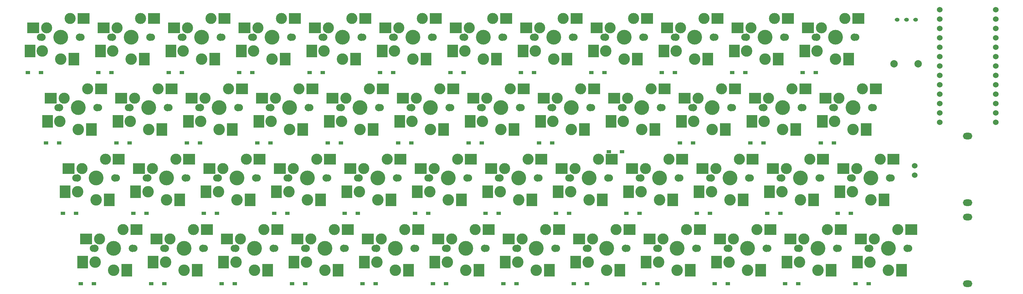
<source format=gbr>
%TF.GenerationSoftware,KiCad,Pcbnew,7.0.1*%
%TF.CreationDate,2023-04-02T20:01:42+09:00*%
%TF.ProjectId,first48,66697273-7434-4382-9e6b-696361645f70,rev?*%
%TF.SameCoordinates,Original*%
%TF.FileFunction,Soldermask,Bot*%
%TF.FilePolarity,Negative*%
%FSLAX46Y46*%
G04 Gerber Fmt 4.6, Leading zero omitted, Abs format (unit mm)*
G04 Created by KiCad (PCBNEW 7.0.1) date 2023-04-02 20:01:42*
%MOMM*%
%LPD*%
G01*
G04 APERTURE LIST*
%ADD10C,1.900000*%
%ADD11C,2.000000*%
%ADD12C,3.100000*%
%ADD13C,3.000000*%
%ADD14C,4.000000*%
%ADD15R,3.000000X3.500000*%
%ADD16R,3.300000X3.000000*%
%ADD17C,1.524000*%
%ADD18O,1.300000X1.000000*%
%ADD19O,2.550000X1.800000*%
%ADD20R,1.300000X0.950000*%
G04 APERTURE END LIST*
D10*
%TO.C,SW5*%
X96893750Y-59531200D03*
D11*
X97313750Y-59531200D03*
D12*
X97393750Y-63231200D03*
D13*
X98583750Y-56991200D03*
D14*
X102393750Y-59531200D03*
D12*
X102393750Y-65431200D03*
D13*
X104933750Y-54451200D03*
D11*
X107473750Y-59531200D03*
D10*
X107893750Y-59531200D03*
D15*
X94043750Y-63231200D03*
D16*
X94943750Y-56951200D03*
D15*
X105943750Y-65431200D03*
D16*
X108543750Y-54411200D03*
%TD*%
D10*
%TO.C,SW3*%
X58793750Y-59531200D03*
D11*
X59213750Y-59531200D03*
D12*
X59293750Y-63231200D03*
D13*
X60483750Y-56991200D03*
D14*
X64293750Y-59531200D03*
D12*
X64293750Y-65431200D03*
D13*
X66833750Y-54451200D03*
D11*
X69373750Y-59531200D03*
D10*
X69793750Y-59531200D03*
D15*
X55943750Y-63231200D03*
D16*
X56843750Y-56951200D03*
D15*
X67843750Y-65431200D03*
D16*
X70443750Y-54411200D03*
%TD*%
D10*
%TO.C,SW25*%
X30218750Y-97631200D03*
D11*
X30638750Y-97631200D03*
D12*
X30718750Y-101331200D03*
D13*
X31908750Y-95091200D03*
D14*
X35718750Y-97631200D03*
D12*
X35718750Y-103531200D03*
D13*
X38258750Y-92551200D03*
D11*
X40798750Y-97631200D03*
D10*
X41218750Y-97631200D03*
D15*
X27368750Y-101331200D03*
D16*
X28268750Y-95051200D03*
D15*
X39268750Y-103531200D03*
D16*
X41868750Y-92511200D03*
%TD*%
D10*
%TO.C,SW27*%
X68318750Y-97631200D03*
D11*
X68738750Y-97631200D03*
D12*
X68818750Y-101331200D03*
D13*
X70008750Y-95091200D03*
D14*
X73818750Y-97631200D03*
D12*
X73818750Y-103531200D03*
D13*
X76358750Y-92551200D03*
D11*
X78898750Y-97631200D03*
D10*
X79318750Y-97631200D03*
D15*
X65468750Y-101331200D03*
D16*
X66368750Y-95051200D03*
D15*
X77368750Y-103531200D03*
D16*
X79968750Y-92511200D03*
%TD*%
%TO.C,SW38*%
X65681250Y-111561200D03*
D15*
X63081250Y-122581200D03*
D16*
X52081250Y-114101200D03*
D15*
X51181250Y-120381200D03*
D10*
X65031250Y-116681200D03*
D11*
X64611250Y-116681200D03*
D13*
X62071250Y-111601200D03*
D12*
X59531250Y-122581200D03*
D14*
X59531250Y-116681200D03*
D13*
X55721250Y-114141200D03*
D12*
X54531250Y-120381200D03*
D11*
X54451250Y-116681200D03*
D10*
X54031250Y-116681200D03*
%TD*%
D17*
%TO.C,U1*%
X263898950Y-54578200D03*
X263898950Y-57118200D03*
X263898950Y-59658200D03*
X263898950Y-62198200D03*
X263898950Y-64738200D03*
X263898950Y-67278200D03*
X263898950Y-69818200D03*
X263898950Y-72358200D03*
X263898950Y-74898200D03*
X263898950Y-77438200D03*
X263898950Y-79978200D03*
X263898950Y-82518200D03*
X279118950Y-82518200D03*
X279118950Y-79978200D03*
X279118950Y-77438200D03*
X279118950Y-74898200D03*
X279118950Y-72358200D03*
X279118950Y-69818200D03*
X279118950Y-67278200D03*
X279118950Y-64738200D03*
X279118950Y-62198200D03*
X279118950Y-59658200D03*
X279118950Y-57118200D03*
X279118950Y-54578200D03*
X279118950Y-52038200D03*
X263898950Y-52038200D03*
%TD*%
D16*
%TO.C,SW19*%
X151406250Y-73461200D03*
D15*
X148806250Y-84481200D03*
D16*
X137806250Y-76001200D03*
D15*
X136906250Y-82281200D03*
D10*
X150756250Y-78581200D03*
D11*
X150336250Y-78581200D03*
D13*
X147796250Y-73501200D03*
D12*
X145256250Y-84481200D03*
D14*
X145256250Y-78581200D03*
D13*
X141446250Y-76041200D03*
D12*
X140256250Y-82281200D03*
D11*
X140176250Y-78581200D03*
D10*
X139756250Y-78581200D03*
%TD*%
%TO.C,SW11*%
X211193750Y-59531200D03*
D11*
X211613750Y-59531200D03*
D12*
X211693750Y-63231200D03*
D13*
X212883750Y-56991200D03*
D14*
X216693750Y-59531200D03*
D12*
X216693750Y-65431200D03*
D13*
X219233750Y-54451200D03*
D11*
X221773750Y-59531200D03*
D10*
X222193750Y-59531200D03*
D15*
X208343750Y-63231200D03*
D16*
X209243750Y-56951200D03*
D15*
X220243750Y-65431200D03*
D16*
X222843750Y-54411200D03*
%TD*%
%TO.C,SW21*%
X189506250Y-73461200D03*
D15*
X186906250Y-84481200D03*
D16*
X175906250Y-76001200D03*
D15*
X175006250Y-82281200D03*
D10*
X188856250Y-78581200D03*
D11*
X188436250Y-78581200D03*
D13*
X185896250Y-73501200D03*
D12*
X183356250Y-84481200D03*
D14*
X183356250Y-78581200D03*
D13*
X179546250Y-76041200D03*
D12*
X178356250Y-82281200D03*
D11*
X178276250Y-78581200D03*
D10*
X177856250Y-78581200D03*
%TD*%
%TO.C,SW7*%
X134993750Y-59531200D03*
D11*
X135413750Y-59531200D03*
D12*
X135493750Y-63231200D03*
D13*
X136683750Y-56991200D03*
D14*
X140493750Y-59531200D03*
D12*
X140493750Y-65431200D03*
D13*
X143033750Y-54451200D03*
D11*
X145573750Y-59531200D03*
D10*
X145993750Y-59531200D03*
D15*
X132143750Y-63231200D03*
D16*
X133043750Y-56951200D03*
D15*
X144043750Y-65431200D03*
D16*
X146643750Y-54411200D03*
%TD*%
D17*
%TO.C,J2*%
X257175050Y-96794000D03*
X257175050Y-94254000D03*
%TD*%
D10*
%TO.C,SW10*%
X192143750Y-59531200D03*
D11*
X192563750Y-59531200D03*
D12*
X192643750Y-63231200D03*
D13*
X193833750Y-56991200D03*
D14*
X197643750Y-59531200D03*
D12*
X197643750Y-65431200D03*
D13*
X200183750Y-54451200D03*
D11*
X202723750Y-59531200D03*
D10*
X203143750Y-59531200D03*
D15*
X189293750Y-63231200D03*
D16*
X190193750Y-56951200D03*
D15*
X201193750Y-65431200D03*
D16*
X203793750Y-54411200D03*
%TD*%
D10*
%TO.C,SW4*%
X77843750Y-59531200D03*
D11*
X78263750Y-59531200D03*
D12*
X78343750Y-63231200D03*
D13*
X79533750Y-56991200D03*
D14*
X83343750Y-59531200D03*
D12*
X83343750Y-65431200D03*
D13*
X85883750Y-54451200D03*
D11*
X88423750Y-59531200D03*
D10*
X88843750Y-59531200D03*
D15*
X74993750Y-63231200D03*
D16*
X75893750Y-56951200D03*
D15*
X86893750Y-65431200D03*
D16*
X89493750Y-54411200D03*
%TD*%
%TO.C,SW20*%
X170456250Y-73461200D03*
D15*
X167856250Y-84481200D03*
D16*
X156856250Y-76001200D03*
D15*
X155956250Y-82281200D03*
D10*
X169806250Y-78581200D03*
D11*
X169386250Y-78581200D03*
D13*
X166846250Y-73501200D03*
D12*
X164306250Y-84481200D03*
D14*
X164306250Y-78581200D03*
D13*
X160496250Y-76041200D03*
D12*
X159306250Y-82281200D03*
D11*
X159226250Y-78581200D03*
D10*
X158806250Y-78581200D03*
%TD*%
%TO.C,SW6*%
X115943750Y-59531200D03*
D11*
X116363750Y-59531200D03*
D12*
X116443750Y-63231200D03*
D13*
X117633750Y-56991200D03*
D14*
X121443750Y-59531200D03*
D12*
X121443750Y-65431200D03*
D13*
X123983750Y-54451200D03*
D11*
X126523750Y-59531200D03*
D10*
X126943750Y-59531200D03*
D15*
X113093750Y-63231200D03*
D16*
X113993750Y-56951200D03*
D15*
X124993750Y-65431200D03*
D16*
X127593750Y-54411200D03*
%TD*%
D18*
%TO.C,SW50*%
X252412550Y-54768700D03*
X254912550Y-54768700D03*
X257412550Y-54768700D03*
%TD*%
D16*
%TO.C,SW16*%
X94256250Y-73461200D03*
D15*
X91656250Y-84481200D03*
D16*
X80656250Y-76001200D03*
D15*
X79756250Y-82281200D03*
D10*
X93606250Y-78581200D03*
D11*
X93186250Y-78581200D03*
D13*
X90646250Y-73501200D03*
D12*
X88106250Y-84481200D03*
D14*
X88106250Y-78581200D03*
D13*
X84296250Y-76041200D03*
D12*
X83106250Y-82281200D03*
D11*
X83026250Y-78581200D03*
D10*
X82606250Y-78581200D03*
%TD*%
%TO.C,SW14*%
X44506250Y-78581200D03*
D11*
X44926250Y-78581200D03*
D12*
X45006250Y-82281200D03*
D13*
X46196250Y-76041200D03*
D14*
X50006250Y-78581200D03*
D12*
X50006250Y-84481200D03*
D13*
X52546250Y-73501200D03*
D11*
X55086250Y-78581200D03*
D10*
X55506250Y-78581200D03*
D15*
X41656250Y-82281200D03*
D16*
X42556250Y-76001200D03*
D15*
X53556250Y-84481200D03*
D16*
X56156250Y-73461200D03*
%TD*%
%TO.C,SW17*%
X113306250Y-73461200D03*
D15*
X110706250Y-84481200D03*
D16*
X99706250Y-76001200D03*
D15*
X98806250Y-82281200D03*
D10*
X112656250Y-78581200D03*
D11*
X112236250Y-78581200D03*
D13*
X109696250Y-73501200D03*
D12*
X107156250Y-84481200D03*
D14*
X107156250Y-78581200D03*
D13*
X103346250Y-76041200D03*
D12*
X102156250Y-82281200D03*
D11*
X102076250Y-78581200D03*
D10*
X101656250Y-78581200D03*
%TD*%
%TO.C,SW9*%
X173093750Y-59531200D03*
D11*
X173513750Y-59531200D03*
D12*
X173593750Y-63231200D03*
D13*
X174783750Y-56991200D03*
D14*
X178593750Y-59531200D03*
D12*
X178593750Y-65431200D03*
D13*
X181133750Y-54451200D03*
D11*
X183673750Y-59531200D03*
D10*
X184093750Y-59531200D03*
D15*
X170243750Y-63231200D03*
D16*
X171143750Y-56951200D03*
D15*
X182143750Y-65431200D03*
D16*
X184743750Y-54411200D03*
%TD*%
D11*
%TO.C,SW49*%
X258043750Y-66675000D03*
X251543750Y-66675000D03*
%TD*%
D16*
%TO.C,SW23*%
X227606250Y-73461200D03*
D15*
X225006250Y-84481200D03*
D16*
X214006250Y-76001200D03*
D15*
X213106250Y-82281200D03*
D10*
X226956250Y-78581200D03*
D11*
X226536250Y-78581200D03*
D13*
X223996250Y-73501200D03*
D12*
X221456250Y-84481200D03*
D14*
X221456250Y-78581200D03*
D13*
X217646250Y-76041200D03*
D12*
X216456250Y-82281200D03*
D11*
X216376250Y-78581200D03*
D10*
X215956250Y-78581200D03*
%TD*%
D19*
%TO.C,BT1*%
X271462550Y-108206300D03*
X271462550Y-126206300D03*
%TD*%
D10*
%TO.C,SW15*%
X63556250Y-78581200D03*
D11*
X63976250Y-78581200D03*
D12*
X64056250Y-82281200D03*
D13*
X65246250Y-76041200D03*
D14*
X69056250Y-78581200D03*
D12*
X69056250Y-84481200D03*
D13*
X71596250Y-73501200D03*
D11*
X74136250Y-78581200D03*
D10*
X74556250Y-78581200D03*
D15*
X60706250Y-82281200D03*
D16*
X61606250Y-76001200D03*
D15*
X72606250Y-84481200D03*
D16*
X75206250Y-73461200D03*
%TD*%
D10*
%TO.C,SW8*%
X154043750Y-59531200D03*
D11*
X154463750Y-59531200D03*
D12*
X154543750Y-63231200D03*
D13*
X155733750Y-56991200D03*
D14*
X159543750Y-59531200D03*
D12*
X159543750Y-65431200D03*
D13*
X162083750Y-54451200D03*
D11*
X164623750Y-59531200D03*
D10*
X165043750Y-59531200D03*
D15*
X151193750Y-63231200D03*
D16*
X152093750Y-56951200D03*
D15*
X163093750Y-65431200D03*
D16*
X165693750Y-54411200D03*
%TD*%
%TO.C,SW18*%
X132356250Y-73461200D03*
D15*
X129756250Y-84481200D03*
D16*
X118756250Y-76001200D03*
D15*
X117856250Y-82281200D03*
D10*
X131706250Y-78581200D03*
D11*
X131286250Y-78581200D03*
D13*
X128746250Y-73501200D03*
D12*
X126206250Y-84481200D03*
D14*
X126206250Y-78581200D03*
D13*
X122396250Y-76041200D03*
D12*
X121206250Y-82281200D03*
D11*
X121126250Y-78581200D03*
D10*
X120706250Y-78581200D03*
%TD*%
D16*
%TO.C,SW22*%
X208556250Y-73461200D03*
D15*
X205956250Y-84481200D03*
D16*
X194956250Y-76001200D03*
D15*
X194056250Y-82281200D03*
D10*
X207906250Y-78581200D03*
D11*
X207486250Y-78581200D03*
D13*
X204946250Y-73501200D03*
D12*
X202406250Y-84481200D03*
D14*
X202406250Y-78581200D03*
D13*
X198596250Y-76041200D03*
D12*
X197406250Y-82281200D03*
D11*
X197326250Y-78581200D03*
D10*
X196906250Y-78581200D03*
%TD*%
%TO.C,SW2*%
X39743750Y-59531200D03*
D11*
X40163750Y-59531200D03*
D12*
X40243750Y-63231200D03*
D13*
X41433750Y-56991200D03*
D14*
X45243750Y-59531200D03*
D12*
X45243750Y-65431200D03*
D13*
X47783750Y-54451200D03*
D11*
X50323750Y-59531200D03*
D10*
X50743750Y-59531200D03*
D15*
X36893750Y-63231200D03*
D16*
X37793750Y-56951200D03*
D15*
X48793750Y-65431200D03*
D16*
X51393750Y-54411200D03*
%TD*%
D10*
%TO.C,SW33*%
X182618750Y-97631200D03*
D11*
X183038750Y-97631200D03*
D12*
X183118750Y-101331200D03*
D13*
X184308750Y-95091200D03*
D14*
X188118750Y-97631200D03*
D12*
X188118750Y-103531200D03*
D13*
X190658750Y-92551200D03*
D11*
X193198750Y-97631200D03*
D10*
X193618750Y-97631200D03*
D15*
X179768750Y-101331200D03*
D16*
X180668750Y-95051200D03*
D15*
X191668750Y-103531200D03*
D16*
X194268750Y-92511200D03*
%TD*%
D20*
%TO.C,D29*%
X106550050Y-107156200D03*
X103000050Y-107156200D03*
%TD*%
%TO.C,D2*%
X39875050Y-69056200D03*
X36325050Y-69056200D03*
%TD*%
%TO.C,D43*%
X145862550Y-126206200D03*
X149412550Y-126206200D03*
%TD*%
%TO.C,D21*%
X174437550Y-90487500D03*
X177987550Y-90487500D03*
%TD*%
D10*
%TO.C,SW31*%
X144518750Y-97631200D03*
D11*
X144938750Y-97631200D03*
D12*
X145018750Y-101331200D03*
D13*
X146208750Y-95091200D03*
D14*
X150018750Y-97631200D03*
D12*
X150018750Y-103531200D03*
D13*
X152558750Y-92551200D03*
D11*
X155098750Y-97631200D03*
D10*
X155518750Y-97631200D03*
D15*
X141668750Y-101331200D03*
D16*
X142568750Y-95051200D03*
D15*
X153568750Y-103531200D03*
D16*
X156168750Y-92511200D03*
%TD*%
%TO.C,SW37*%
X46631250Y-111561200D03*
D15*
X44031250Y-122581200D03*
D16*
X33031250Y-114101200D03*
D15*
X32131250Y-120381200D03*
D10*
X45981250Y-116681200D03*
D11*
X45561250Y-116681200D03*
D13*
X43021250Y-111601200D03*
D12*
X40481250Y-122581200D03*
D14*
X40481250Y-116681200D03*
D13*
X36671250Y-114141200D03*
D12*
X35481250Y-120381200D03*
D11*
X35401250Y-116681200D03*
D10*
X34981250Y-116681200D03*
%TD*%
D16*
%TO.C,SW42*%
X141881250Y-111561200D03*
D15*
X139281250Y-122581200D03*
D16*
X128281250Y-114101200D03*
D15*
X127381250Y-120381200D03*
D10*
X141231250Y-116681200D03*
D11*
X140811250Y-116681200D03*
D13*
X138271250Y-111601200D03*
D12*
X135731250Y-122581200D03*
D14*
X135731250Y-116681200D03*
D13*
X131921250Y-114141200D03*
D12*
X130731250Y-120381200D03*
D11*
X130651250Y-116681200D03*
D10*
X130231250Y-116681200D03*
%TD*%
D20*
%TO.C,D19*%
X136496250Y-88106200D03*
X140046250Y-88106200D03*
%TD*%
%TO.C,D20*%
X155546250Y-88106200D03*
X159096250Y-88106200D03*
%TD*%
%TO.C,D12*%
X230375050Y-69056200D03*
X226825050Y-69056200D03*
%TD*%
D19*
%TO.C,BT2*%
X271462550Y-104250000D03*
X271462550Y-86250000D03*
%TD*%
D16*
%TO.C,SW40*%
X103781250Y-111561200D03*
D15*
X101181250Y-122581200D03*
D16*
X90181250Y-114101200D03*
D15*
X89281250Y-120381200D03*
D10*
X103131250Y-116681200D03*
D11*
X102711250Y-116681200D03*
D13*
X100171250Y-111601200D03*
D12*
X97631250Y-122581200D03*
D14*
X97631250Y-116681200D03*
D13*
X93821250Y-114141200D03*
D12*
X92631250Y-120381200D03*
D11*
X92551250Y-116681200D03*
D10*
X92131250Y-116681200D03*
%TD*%
D20*
%TO.C,D32*%
X163700050Y-107156200D03*
X160150050Y-107156200D03*
%TD*%
%TO.C,D47*%
X222062550Y-126206200D03*
X225612550Y-126206200D03*
%TD*%
%TO.C,D25*%
X30350050Y-107156200D03*
X26800050Y-107156200D03*
%TD*%
D10*
%TO.C,SW29*%
X106418750Y-97631200D03*
D11*
X106838750Y-97631200D03*
D12*
X106918750Y-101331200D03*
D13*
X108108750Y-95091200D03*
D14*
X111918750Y-97631200D03*
D12*
X111918750Y-103531200D03*
D13*
X114458750Y-92551200D03*
D11*
X116998750Y-97631200D03*
D10*
X117418750Y-97631200D03*
D15*
X103568750Y-101331200D03*
D16*
X104468750Y-95051200D03*
D15*
X115468750Y-103531200D03*
D16*
X118068750Y-92511200D03*
%TD*%
D20*
%TO.C,D11*%
X211325050Y-69056200D03*
X207775050Y-69056200D03*
%TD*%
%TO.C,D13*%
X22196250Y-88106200D03*
X25746250Y-88106200D03*
%TD*%
D16*
%TO.C,SW48*%
X256181250Y-111561200D03*
D15*
X253581250Y-122581200D03*
D16*
X242581250Y-114101200D03*
D15*
X241681250Y-120381200D03*
D10*
X255531250Y-116681200D03*
D11*
X255111250Y-116681200D03*
D13*
X252571250Y-111601200D03*
D12*
X250031250Y-122581200D03*
D14*
X250031250Y-116681200D03*
D13*
X246221250Y-114141200D03*
D12*
X245031250Y-120381200D03*
D11*
X244951250Y-116681200D03*
D10*
X244531250Y-116681200D03*
%TD*%
D16*
%TO.C,SW46*%
X218081250Y-111561200D03*
D15*
X215481250Y-122581200D03*
D16*
X204481250Y-114101200D03*
D15*
X203581250Y-120381200D03*
D10*
X217431250Y-116681200D03*
D11*
X217011250Y-116681200D03*
D13*
X214471250Y-111601200D03*
D12*
X211931250Y-122581200D03*
D14*
X211931250Y-116681200D03*
D13*
X208121250Y-114141200D03*
D12*
X206931250Y-120381200D03*
D11*
X206851250Y-116681200D03*
D10*
X206431250Y-116681200D03*
%TD*%
D20*
%TO.C,D30*%
X125600050Y-107156200D03*
X122050050Y-107156200D03*
%TD*%
%TO.C,D3*%
X58925050Y-69056200D03*
X55375050Y-69056200D03*
%TD*%
D10*
%TO.C,SW34*%
X201668750Y-97631200D03*
D11*
X202088750Y-97631200D03*
D12*
X202168750Y-101331200D03*
D13*
X203358750Y-95091200D03*
D14*
X207168750Y-97631200D03*
D12*
X207168750Y-103531200D03*
D13*
X209708750Y-92551200D03*
D11*
X212248750Y-97631200D03*
D10*
X212668750Y-97631200D03*
D15*
X198818750Y-101331200D03*
D16*
X199718750Y-95051200D03*
D15*
X210718750Y-103531200D03*
D16*
X213318750Y-92511200D03*
%TD*%
D20*
%TO.C,D23*%
X212696250Y-88106200D03*
X216246250Y-88106200D03*
%TD*%
%TO.C,D46*%
X203012550Y-126206200D03*
X206562550Y-126206200D03*
%TD*%
%TO.C,D22*%
X193646250Y-88106200D03*
X197196250Y-88106200D03*
%TD*%
%TO.C,D48*%
X241112550Y-126206200D03*
X244662550Y-126206200D03*
%TD*%
D16*
%TO.C,SW24*%
X246656250Y-73461200D03*
D15*
X244056250Y-84481200D03*
D16*
X233056250Y-76001200D03*
D15*
X232156250Y-82281200D03*
D10*
X246006250Y-78581200D03*
D11*
X245586250Y-78581200D03*
D13*
X243046250Y-73501200D03*
D12*
X240506250Y-84481200D03*
D14*
X240506250Y-78581200D03*
D13*
X236696250Y-76041200D03*
D12*
X235506250Y-82281200D03*
D11*
X235426250Y-78581200D03*
D10*
X235006250Y-78581200D03*
%TD*%
D16*
%TO.C,SW39*%
X84731250Y-111561200D03*
D15*
X82131250Y-122581200D03*
D16*
X71131250Y-114101200D03*
D15*
X70231250Y-120381200D03*
D10*
X84081250Y-116681200D03*
D11*
X83661250Y-116681200D03*
D13*
X81121250Y-111601200D03*
D12*
X78581250Y-122581200D03*
D14*
X78581250Y-116681200D03*
D13*
X74771250Y-114141200D03*
D12*
X73581250Y-120381200D03*
D11*
X73501250Y-116681200D03*
D10*
X73081250Y-116681200D03*
%TD*%
D20*
%TO.C,D4*%
X77975050Y-69056200D03*
X74425050Y-69056200D03*
%TD*%
D10*
%TO.C,SW28*%
X87368750Y-97631200D03*
D11*
X87788750Y-97631200D03*
D12*
X87868750Y-101331200D03*
D13*
X89058750Y-95091200D03*
D14*
X92868750Y-97631200D03*
D12*
X92868750Y-103531200D03*
D13*
X95408750Y-92551200D03*
D11*
X97948750Y-97631200D03*
D10*
X98368750Y-97631200D03*
D15*
X84518750Y-101331200D03*
D16*
X85418750Y-95051200D03*
D15*
X96418750Y-103531200D03*
D16*
X99018750Y-92511200D03*
%TD*%
D10*
%TO.C,SW13*%
X25456250Y-78581200D03*
D11*
X25876250Y-78581200D03*
D12*
X25956250Y-82281200D03*
D13*
X27146250Y-76041200D03*
D14*
X30956250Y-78581200D03*
D12*
X30956250Y-84481200D03*
D13*
X33496250Y-73501200D03*
D11*
X36036250Y-78581200D03*
D10*
X36456250Y-78581200D03*
D15*
X22606250Y-82281200D03*
D16*
X23506250Y-76001200D03*
D15*
X34506250Y-84481200D03*
D16*
X37106250Y-73461200D03*
%TD*%
D20*
%TO.C,D41*%
X107762550Y-126206200D03*
X111312550Y-126206200D03*
%TD*%
%TO.C,D45*%
X183962550Y-126206200D03*
X187512550Y-126206200D03*
%TD*%
%TO.C,D15*%
X60296250Y-88106200D03*
X63846250Y-88106200D03*
%TD*%
%TO.C,D6*%
X116075050Y-69056200D03*
X112525050Y-69056200D03*
%TD*%
%TO.C,D31*%
X144650050Y-107156200D03*
X141100050Y-107156200D03*
%TD*%
%TO.C,D7*%
X135125050Y-69056200D03*
X131575050Y-69056200D03*
%TD*%
%TO.C,D39*%
X69662550Y-126206200D03*
X73212550Y-126206200D03*
%TD*%
%TO.C,D8*%
X154175050Y-69056200D03*
X150625050Y-69056200D03*
%TD*%
%TO.C,D24*%
X231746250Y-88106200D03*
X235296250Y-88106200D03*
%TD*%
%TO.C,D1*%
X20825050Y-69056200D03*
X17275050Y-69056200D03*
%TD*%
%TO.C,D26*%
X49400050Y-107156200D03*
X45850050Y-107156200D03*
%TD*%
%TO.C,D17*%
X98396250Y-88106200D03*
X101946250Y-88106200D03*
%TD*%
D10*
%TO.C,SW36*%
X239768750Y-97631200D03*
D11*
X240188750Y-97631200D03*
D12*
X240268750Y-101331200D03*
D13*
X241458750Y-95091200D03*
D14*
X245268750Y-97631200D03*
D12*
X245268750Y-103531200D03*
D13*
X247808750Y-92551200D03*
D11*
X250348750Y-97631200D03*
D10*
X250768750Y-97631200D03*
D15*
X236918750Y-101331200D03*
D16*
X237818750Y-95051200D03*
D15*
X248818750Y-103531200D03*
D16*
X251418750Y-92511200D03*
%TD*%
%TO.C,SW43*%
X160931250Y-111561200D03*
D15*
X158331250Y-122581200D03*
D16*
X147331250Y-114101200D03*
D15*
X146431250Y-120381200D03*
D10*
X160281250Y-116681200D03*
D11*
X159861250Y-116681200D03*
D13*
X157321250Y-111601200D03*
D12*
X154781250Y-122581200D03*
D14*
X154781250Y-116681200D03*
D13*
X150971250Y-114141200D03*
D12*
X149781250Y-120381200D03*
D11*
X149701250Y-116681200D03*
D10*
X149281250Y-116681200D03*
%TD*%
%TO.C,SW26*%
X49268750Y-97631200D03*
D11*
X49688750Y-97631200D03*
D12*
X49768750Y-101331200D03*
D13*
X50958750Y-95091200D03*
D14*
X54768750Y-97631200D03*
D12*
X54768750Y-103531200D03*
D13*
X57308750Y-92551200D03*
D11*
X59848750Y-97631200D03*
D10*
X60268750Y-97631200D03*
D15*
X46418750Y-101331200D03*
D16*
X47318750Y-95051200D03*
D15*
X58318750Y-103531200D03*
D16*
X60918750Y-92511200D03*
%TD*%
%TO.C,SW41*%
X122831250Y-111561200D03*
D15*
X120231250Y-122581200D03*
D16*
X109231250Y-114101200D03*
D15*
X108331250Y-120381200D03*
D10*
X122181250Y-116681200D03*
D11*
X121761250Y-116681200D03*
D13*
X119221250Y-111601200D03*
D12*
X116681250Y-122581200D03*
D14*
X116681250Y-116681200D03*
D13*
X112871250Y-114141200D03*
D12*
X111681250Y-120381200D03*
D11*
X111601250Y-116681200D03*
D10*
X111181250Y-116681200D03*
%TD*%
D20*
%TO.C,D36*%
X239900050Y-107156200D03*
X236350050Y-107156200D03*
%TD*%
%TO.C,D42*%
X126812550Y-126206200D03*
X130362550Y-126206200D03*
%TD*%
D10*
%TO.C,SW30*%
X125468750Y-97631200D03*
D11*
X125888750Y-97631200D03*
D12*
X125968750Y-101331200D03*
D13*
X127158750Y-95091200D03*
D14*
X130968750Y-97631200D03*
D12*
X130968750Y-103531200D03*
D13*
X133508750Y-92551200D03*
D11*
X136048750Y-97631200D03*
D10*
X136468750Y-97631200D03*
D15*
X122618750Y-101331200D03*
D16*
X123518750Y-95051200D03*
D15*
X134518750Y-103531200D03*
D16*
X137118750Y-92511200D03*
%TD*%
D20*
%TO.C,D34*%
X201800050Y-107156200D03*
X198250050Y-107156200D03*
%TD*%
D10*
%TO.C,SW35*%
X220718750Y-97631200D03*
D11*
X221138750Y-97631200D03*
D12*
X221218750Y-101331200D03*
D13*
X222408750Y-95091200D03*
D14*
X226218750Y-97631200D03*
D12*
X226218750Y-103531200D03*
D13*
X228758750Y-92551200D03*
D11*
X231298750Y-97631200D03*
D10*
X231718750Y-97631200D03*
D15*
X217868750Y-101331200D03*
D16*
X218768750Y-95051200D03*
D15*
X229768750Y-103531200D03*
D16*
X232368750Y-92511200D03*
%TD*%
D20*
%TO.C,D44*%
X164912550Y-126206200D03*
X168462550Y-126206200D03*
%TD*%
%TO.C,D40*%
X88712550Y-126206200D03*
X92262550Y-126206200D03*
%TD*%
D16*
%TO.C,SW47*%
X237131250Y-111561200D03*
D15*
X234531250Y-122581200D03*
D16*
X223531250Y-114101200D03*
D15*
X222631250Y-120381200D03*
D10*
X236481250Y-116681200D03*
D11*
X236061250Y-116681200D03*
D13*
X233521250Y-111601200D03*
D12*
X230981250Y-122581200D03*
D14*
X230981250Y-116681200D03*
D13*
X227171250Y-114141200D03*
D12*
X225981250Y-120381200D03*
D11*
X225901250Y-116681200D03*
D10*
X225481250Y-116681200D03*
%TD*%
D20*
%TO.C,D35*%
X220850050Y-107156200D03*
X217300050Y-107156200D03*
%TD*%
%TO.C,D10*%
X192275050Y-69056200D03*
X188725050Y-69056200D03*
%TD*%
%TO.C,D9*%
X173225050Y-69056200D03*
X169675050Y-69056200D03*
%TD*%
%TO.C,D37*%
X31562550Y-126206200D03*
X35112550Y-126206200D03*
%TD*%
D10*
%TO.C,SW12*%
X230243750Y-59531200D03*
D11*
X230663750Y-59531200D03*
D12*
X230743750Y-63231200D03*
D13*
X231933750Y-56991200D03*
D14*
X235743750Y-59531200D03*
D12*
X235743750Y-65431200D03*
D13*
X238283750Y-54451200D03*
D11*
X240823750Y-59531200D03*
D10*
X241243750Y-59531200D03*
D15*
X227393750Y-63231200D03*
D16*
X228293750Y-56951200D03*
D15*
X239293750Y-65431200D03*
D16*
X241893750Y-54411200D03*
%TD*%
D20*
%TO.C,D28*%
X87500050Y-107156200D03*
X83950050Y-107156200D03*
%TD*%
%TO.C,D14*%
X41246250Y-88106200D03*
X44796250Y-88106200D03*
%TD*%
D16*
%TO.C,SW45*%
X199031250Y-111561200D03*
D15*
X196431250Y-122581200D03*
D16*
X185431250Y-114101200D03*
D15*
X184531250Y-120381200D03*
D10*
X198381250Y-116681200D03*
D11*
X197961250Y-116681200D03*
D13*
X195421250Y-111601200D03*
D12*
X192881250Y-122581200D03*
D14*
X192881250Y-116681200D03*
D13*
X189071250Y-114141200D03*
D12*
X187881250Y-120381200D03*
D11*
X187801250Y-116681200D03*
D10*
X187381250Y-116681200D03*
%TD*%
%TO.C,SW1*%
X20693750Y-59531200D03*
D11*
X21113750Y-59531200D03*
D12*
X21193750Y-63231200D03*
D13*
X22383750Y-56991200D03*
D14*
X26193750Y-59531200D03*
D12*
X26193750Y-65431200D03*
D13*
X28733750Y-54451200D03*
D11*
X31273750Y-59531200D03*
D10*
X31693750Y-59531200D03*
D15*
X17843750Y-63231200D03*
D16*
X18743750Y-56951200D03*
D15*
X29743750Y-65431200D03*
D16*
X32343750Y-54411200D03*
%TD*%
D20*
%TO.C,D27*%
X68450050Y-107156200D03*
X64900050Y-107156200D03*
%TD*%
D10*
%TO.C,SW32*%
X163568750Y-97631200D03*
D11*
X163988750Y-97631200D03*
D12*
X164068750Y-101331200D03*
D13*
X165258750Y-95091200D03*
D14*
X169068750Y-97631200D03*
D12*
X169068750Y-103531200D03*
D13*
X171608750Y-92551200D03*
D11*
X174148750Y-97631200D03*
D10*
X174568750Y-97631200D03*
D15*
X160718750Y-101331200D03*
D16*
X161618750Y-95051200D03*
D15*
X172618750Y-103531200D03*
D16*
X175218750Y-92511200D03*
%TD*%
D20*
%TO.C,D18*%
X117446250Y-88106200D03*
X120996250Y-88106200D03*
%TD*%
%TO.C,D38*%
X50612550Y-126206200D03*
X54162550Y-126206200D03*
%TD*%
%TO.C,D16*%
X79346250Y-88106200D03*
X82896250Y-88106200D03*
%TD*%
D16*
%TO.C,SW44*%
X179981250Y-111561200D03*
D15*
X177381250Y-122581200D03*
D16*
X166381250Y-114101200D03*
D15*
X165481250Y-120381200D03*
D10*
X179331250Y-116681200D03*
D11*
X178911250Y-116681200D03*
D13*
X176371250Y-111601200D03*
D12*
X173831250Y-122581200D03*
D14*
X173831250Y-116681200D03*
D13*
X170021250Y-114141200D03*
D12*
X168831250Y-120381200D03*
D11*
X168751250Y-116681200D03*
D10*
X168331250Y-116681200D03*
%TD*%
D20*
%TO.C,D5*%
X97025050Y-69056200D03*
X93475050Y-69056200D03*
%TD*%
%TO.C,D33*%
X182750050Y-107156200D03*
X179200050Y-107156200D03*
%TD*%
M02*

</source>
